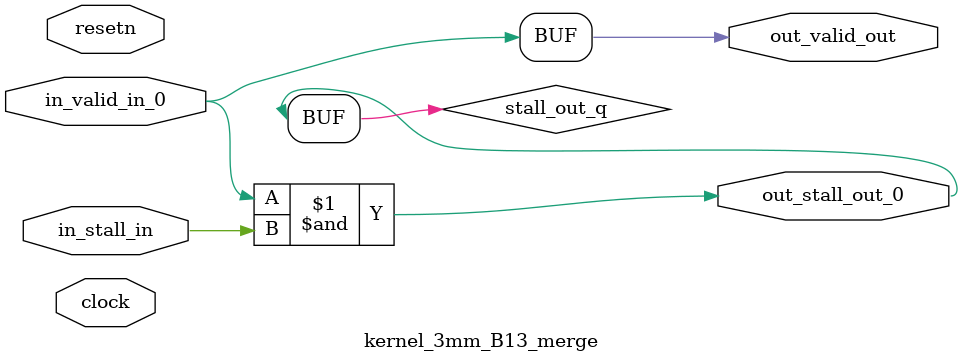
<source format=sv>



(* altera_attribute = "-name AUTO_SHIFT_REGISTER_RECOGNITION OFF; -name MESSAGE_DISABLE 10036; -name MESSAGE_DISABLE 10037; -name MESSAGE_DISABLE 14130; -name MESSAGE_DISABLE 14320; -name MESSAGE_DISABLE 15400; -name MESSAGE_DISABLE 14130; -name MESSAGE_DISABLE 10036; -name MESSAGE_DISABLE 12020; -name MESSAGE_DISABLE 12030; -name MESSAGE_DISABLE 12010; -name MESSAGE_DISABLE 12110; -name MESSAGE_DISABLE 14320; -name MESSAGE_DISABLE 13410; -name MESSAGE_DISABLE 113007; -name MESSAGE_DISABLE 10958" *)
module kernel_3mm_B13_merge (
    input wire [0:0] in_stall_in,
    input wire [0:0] in_valid_in_0,
    output wire [0:0] out_stall_out_0,
    output wire [0:0] out_valid_out,
    input wire clock,
    input wire resetn
    );

    wire [0:0] stall_out_q;


    // stall_out(LOGICAL,6)
    assign stall_out_q = in_valid_in_0 & in_stall_in;

    // out_stall_out_0(GPOUT,4)
    assign out_stall_out_0 = stall_out_q;

    // out_valid_out(GPOUT,5)
    assign out_valid_out = in_valid_in_0;

endmodule

</source>
